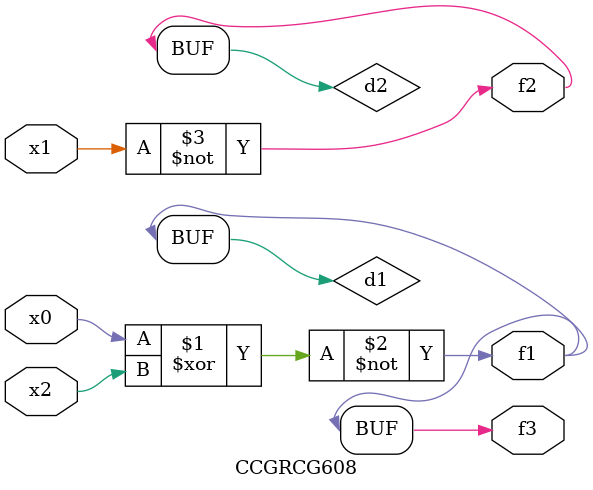
<source format=v>
module CCGRCG608(
	input x0, x1, x2,
	output f1, f2, f3
);

	wire d1, d2, d3;

	xnor (d1, x0, x2);
	nand (d2, x1);
	nor (d3, x1, x2);
	assign f1 = d1;
	assign f2 = d2;
	assign f3 = d1;
endmodule

</source>
